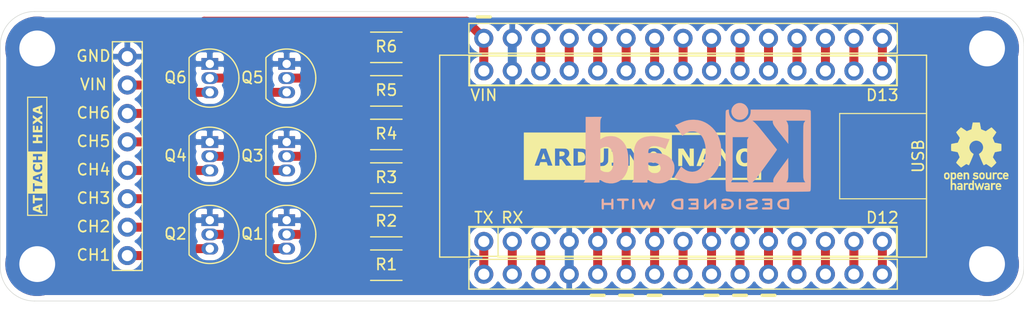
<source format=kicad_pcb>
(kicad_pcb (version 20171130) (host pcbnew "(5.1.5)-3")
  (layers (0 F.Cu signal) (31 B.Cu signal hide) (34 B.Paste user hide) (35 F.Paste user) (36 B.SilkS user) (37 F.SilkS user) (38 B.Mask user) (39 F.Mask user) (44 Edge.Cuts user))
  (net 0 "")
  (net 1 "Net-(A1-Pad16)")
  (net 2 "Net-(A1-Pad15)")
  (net 3 "Net-(A1-Pad30)")
  (net 4 "Net-(A1-Pad14)")
  (net 5 GND)
  (net 6 "Net-(A1-Pad13)")
  (net 7 "Net-(A1-Pad12)")
  (net 8 "Net-(A1-Pad27)")
  (net 9 "Net-(A1-Pad11)")
  (net 10 "Net-(A1-Pad26)")
  (net 11 "Net-(A1-Pad10)")
  (net 12 "Net-(A1-Pad25)")
  (net 13 "Net-(A1-Pad9)")
  (net 14 "Net-(A1-Pad24)")
  (net 15 "Net-(A1-Pad8)")
  (net 16 "Net-(A1-Pad23)")
  (net 17 "Net-(A1-Pad7)")
  (net 18 "Net-(A1-Pad22)")
  (net 19 "Net-(A1-Pad6)")
  (net 20 "Net-(A1-Pad21)")
  (net 21 "Net-(A1-Pad5)")
  (net 22 "Net-(A1-Pad20)")
  (net 23 "Net-(A1-Pad19)")
  (net 24 "Net-(A1-Pad3)")
  (net 25 "Net-(A1-Pad18)")
  (net 26 "Net-(A1-Pad2)")
  (net 27 "Net-(A1-Pad17)")
  (net 28 "Net-(A1-Pad1)")
  (net 29 "Net-(J2-Pad5)")
  (net 30 "Net-(J2-Pad4)")
  (net 31 "Net-(J2-Pad3)")
  (net 32 "Net-(J2-Pad6)")
  (net 33 "Net-(J2-Pad1)")
  (net 34 "Net-(J2-Pad2)")
  (net 35 "Net-(Q1-Pad2)")
  (net 36 "Net-(Q2-Pad2)")
  (net 37 "Net-(Q3-Pad2)")
  (net 38 "Net-(Q4-Pad2)")
  (net 39 "Net-(Q5-Pad2)")
  (net 40 "Net-(Q6-Pad2)")
  (net 41 "Net-(A1-Pad28)")
  (module Resistor_SMD:R_2010_5025Metric_Pad1.52x2.65mm_HandSolder (layer F.Cu) (at 166.878 68.37)
    (fp_text reference R6 (at 0 -0.0675) (layer F.SilkS))
    (fp_text value R)
    (pad 2 smd roundrect (at 2.3375 0) (size 1.525 2.65) (layers F.Cu F.Paste F.Mask) (roundrect_rratio 0.163934) (net 9 "Net-(A1-Pad11)"))
    (pad 1 smd roundrect (at -2.3375 0) (size 1.525 2.65) (layers F.Cu F.Paste F.Mask) (roundrect_rratio 0.163934) (net 40 "Net-(Q6-Pad2)"))
  )
  (module Resistor_SMD:R_2010_5025Metric_Pad1.52x2.65mm_HandSolder (layer F.Cu) (at 166.878 72.264)
    (fp_text reference R5 (at 0 -0.0675) (layer F.SilkS))
    (fp_text value R)
    (pad 2 smd roundrect (at 2.3375 0) (size 1.525 2.65) (layers F.Cu F.Paste F.Mask) (roundrect_rratio 0.163934) (net 11 "Net-(A1-Pad10)"))
    (pad 1 smd roundrect (at -2.3375 0) (size 1.525 2.65) (layers F.Cu F.Paste F.Mask) (roundrect_rratio 0.163934) (net 39 "Net-(Q5-Pad2)"))
  )
  (module Resistor_SMD:R_2010_5025Metric_Pad1.52x2.65mm_HandSolder (layer F.Cu) (at 166.878 76.158)
    (fp_text reference R4 (at 0 -0.0675) (layer F.SilkS))
    (fp_text value R)
    (pad 2 smd roundrect (at 2.3375 0) (size 1.525 2.65) (layers F.Cu F.Paste F.Mask) (roundrect_rratio 0.163934) (net 13 "Net-(A1-Pad9)"))
    (pad 1 smd roundrect (at -2.3375 0) (size 1.525 2.65) (layers F.Cu F.Paste F.Mask) (roundrect_rratio 0.163934) (net 38 "Net-(Q4-Pad2)"))
  )
  (module Resistor_SMD:R_2010_5025Metric_Pad1.52x2.65mm_HandSolder (layer F.Cu) (at 166.878 80.052)
    (fp_text reference R3 (at 0 -0.0675) (layer F.SilkS))
    (fp_text value R)
    (pad 2 smd roundrect (at 2.3375 0) (size 1.525 2.65) (layers F.Cu F.Paste F.Mask) (roundrect_rratio 0.163934) (net 17 "Net-(A1-Pad7)"))
    (pad 1 smd roundrect (at -2.3375 0) (size 1.525 2.65) (layers F.Cu F.Paste F.Mask) (roundrect_rratio 0.163934) (net 37 "Net-(Q3-Pad2)"))
  )
  (module Resistor_SMD:R_2010_5025Metric_Pad1.52x2.65mm_HandSolder (layer F.Cu) (at 166.878 83.946)
    (fp_text reference R2 (at 0 -0.0675) (layer F.SilkS))
    (fp_text value R)
    (pad 2 smd roundrect (at 2.3375 0) (size 1.525 2.65) (layers F.Cu F.Paste F.Mask) (roundrect_rratio 0.163934) (net 19 "Net-(A1-Pad6)"))
    (pad 1 smd roundrect (at -2.3375 0) (size 1.525 2.65) (layers F.Cu F.Paste F.Mask) (roundrect_rratio 0.163934) (net 36 "Net-(Q2-Pad2)"))
  )
  (module Resistor_SMD:R_2010_5025Metric_Pad1.52x2.65mm_HandSolder (layer F.Cu) (at 166.878 87.84)
    (fp_text reference R1 (at 0 -0.0675) (layer F.SilkS))
    (fp_text value R)
    (pad 2 smd roundrect (at 2.3375 0) (size 1.525 2.65) (layers F.Cu F.Paste F.Mask) (roundrect_rratio 0.163934) (net 21 "Net-(A1-Pad5)"))
    (pad 1 smd roundrect (at -2.3375 0) (size 1.525 2.65) (layers F.Cu F.Paste F.Mask) (roundrect_rratio 0.163934) (net 35 "Net-(Q1-Pad2)"))
  )
  (module Symbol:KiCad-Logo2_8mm_SilkScreen (layer B.Cu) (at 194.637893 77.281424 180)
    (fp_text reference REF** hide)
    (fp_text value KiCad-Logo2_8mm_SilkScreen hide)
  )
  (module Symbol:attachhexa (layer F.Cu) (at 135.734 78.105001 90)
    (fp_text reference G*** hide)
    (fp_text value LOGO hide)
  )
  (module Module:Arduino_Nano (layer F.Cu) (at 175.578 85.715 90)
    (fp_text reference A1 hide)
    (fp_text value Arduino_Nano_v3.x)
    (fp_text user VIN (at 13.06802 0 180) (layer F.SilkS))
    (fp_text user TX (at 2.11864 0 180) (layer F.SilkS))
    (fp_text user RX (at 2.11864 2.54 180) (layer F.SilkS))
    (fp_text user D13 (at 13.06802 35.56 180) (layer F.SilkS))
    (fp_text user D12 (at 2.11864 35.56 180) (layer F.SilkS))
    (fp_text user USB (at 7.62 38.75598 90) (layer F.SilkS))
    (pad 16 thru_hole oval (at 15.24 35.56 90) (size 1.6 1.6) (drill 0.8) (layers *.Cu *.Mask) (net 1 "Net-(A1-Pad16)"))
    (pad 15 thru_hole oval (at 0 35.56 90) (size 1.6 1.6) (drill 0.8) (layers *.Cu *.Mask) (net 2 "Net-(A1-Pad15)"))
    (pad 30 thru_hole oval (at 15.24 0 90) (size 1.6 1.6) (drill 0.8) (layers *.Cu *.Mask) (net 3 "Net-(A1-Pad30)"))
    (pad 14 thru_hole oval (at 0 33.02 90) (size 1.6 1.6) (drill 0.8) (layers *.Cu *.Mask) (net 4 "Net-(A1-Pad14)"))
    (pad 29 thru_hole oval (at 15.24 2.54 90) (size 1.6 1.6) (drill 0.8) (layers *.Cu *.Mask) (net 5 GND))
    (pad 13 thru_hole oval (at 0 30.48 90) (size 1.6 1.6) (drill 0.8) (layers *.Cu *.Mask) (net 6 "Net-(A1-Pad13)"))
    (pad 28 thru_hole oval (at 15.24 5.08 90) (size 1.6 1.6) (drill 0.8) (layers *.Cu *.Mask) (net 41 "Net-(A1-Pad28)"))
    (pad 12 thru_hole oval (at 0 27.94 90) (size 1.6 1.6) (drill 0.8) (layers *.Cu *.Mask) (net 7 "Net-(A1-Pad12)"))
    (pad 27 thru_hole oval (at 15.24 7.62 90) (size 1.6 1.6) (drill 0.8) (layers *.Cu *.Mask) (net 8 "Net-(A1-Pad27)"))
    (pad 11 thru_hole oval (at 0 25.4 90) (size 1.6 1.6) (drill 0.8) (layers *.Cu *.Mask) (net 9 "Net-(A1-Pad11)"))
    (pad 26 thru_hole oval (at 15.24 10.16 90) (size 1.6 1.6) (drill 0.8) (layers *.Cu *.Mask) (net 10 "Net-(A1-Pad26)"))
    (pad 10 thru_hole oval (at 0 22.86 90) (size 1.6 1.6) (drill 0.8) (layers *.Cu *.Mask) (net 11 "Net-(A1-Pad10)"))
    (pad 25 thru_hole oval (at 15.24 12.7 90) (size 1.6 1.6) (drill 0.8) (layers *.Cu *.Mask) (net 12 "Net-(A1-Pad25)"))
    (pad 9 thru_hole oval (at 0 20.32 90) (size 1.6 1.6) (drill 0.8) (layers *.Cu *.Mask) (net 13 "Net-(A1-Pad9)"))
    (pad 24 thru_hole oval (at 15.24 15.24 90) (size 1.6 1.6) (drill 0.8) (layers *.Cu *.Mask) (net 14 "Net-(A1-Pad24)"))
    (pad 8 thru_hole oval (at 0 17.78 90) (size 1.6 1.6) (drill 0.8) (layers *.Cu *.Mask) (net 15 "Net-(A1-Pad8)"))
    (pad 23 thru_hole oval (at 15.24 17.78 90) (size 1.6 1.6) (drill 0.8) (layers *.Cu *.Mask) (net 16 "Net-(A1-Pad23)"))
    (pad 7 thru_hole oval (at 0 15.24 90) (size 1.6 1.6) (drill 0.8) (layers *.Cu *.Mask) (net 17 "Net-(A1-Pad7)"))
    (pad 22 thru_hole oval (at 15.24 20.32 90) (size 1.6 1.6) (drill 0.8) (layers *.Cu *.Mask) (net 18 "Net-(A1-Pad22)"))
    (pad 6 thru_hole oval (at 0 12.7 90) (size 1.6 1.6) (drill 0.8) (layers *.Cu *.Mask) (net 19 "Net-(A1-Pad6)"))
    (pad 21 thru_hole oval (at 15.24 22.86 90) (size 1.6 1.6) (drill 0.8) (layers *.Cu *.Mask) (net 20 "Net-(A1-Pad21)"))
    (pad 5 thru_hole oval (at 0 10.16 90) (size 1.6 1.6) (drill 0.8) (layers *.Cu *.Mask) (net 21 "Net-(A1-Pad5)"))
    (pad 20 thru_hole oval (at 15.24 25.4 90) (size 1.6 1.6) (drill 0.8) (layers *.Cu *.Mask) (net 22 "Net-(A1-Pad20)"))
    (pad 4 thru_hole oval (at 0 7.62 90) (size 1.6 1.6) (drill 0.8) (layers *.Cu *.Mask) (net 5 GND))
    (pad 19 thru_hole oval (at 15.24 27.94 90) (size 1.6 1.6) (drill 0.8) (layers *.Cu *.Mask) (net 23 "Net-(A1-Pad19)"))
    (pad 3 thru_hole oval (at 0 5.08 90) (size 1.6 1.6) (drill 0.8) (layers *.Cu *.Mask) (net 24 "Net-(A1-Pad3)"))
    (pad 18 thru_hole oval (at 15.24 30.48 90) (size 1.6 1.6) (drill 0.8) (layers *.Cu *.Mask) (net 25 "Net-(A1-Pad18)"))
    (pad 2 thru_hole oval (at 0 2.54 90) (size 1.6 1.6) (drill 0.8) (layers *.Cu *.Mask) (net 26 "Net-(A1-Pad2)"))
    (pad 17 thru_hole oval (at 15.24 33.02 90) (size 1.6 1.6) (drill 0.8) (layers *.Cu *.Mask) (net 27 "Net-(A1-Pad17)"))
    (pad 1 thru_hole circle (at 0 0 90) (size 1.6 1.6) (drill 0.8) (layers *.Cu *.Mask) (net 28 "Net-(A1-Pad1)"))
  )
  (module Symbol:OSHW-Logo_5.7x6mm_SilkScreen (layer F.Cu) (at 219.51 78.101199)
    (fp_text reference REF** hide)
    (fp_text value OSHW-Logo_5.7x6mm_SilkScreen hide)
  )
  (module Symbol:nanologo (layer F.Cu) (at 189.738 78.105)
    (fp_text reference G*** hide)
    (fp_text value LOGO hide)
  )
  (module Connector_PinHeader_2.54mm:PinHeader_1x08_P2.54mm_Vertical (layer F.Cu) (at 143.772 86.98 180)
    (fp_text reference J2 hide)
    (fp_text value TACH)
    (pad 8 thru_hole oval (at 0 17.78 180) (size 1.7 1.7) (drill 1) (layers *.Cu *.Mask) (net 5 GND))
    (pad 7 thru_hole oval (at 0 15.24 180) (size 1.7 1.7) (drill 1) (layers *.Cu *.Mask) (net 3 "Net-(A1-Pad30)"))
    (pad 6 thru_hole oval (at 0 12.7 180) (size 1.7 1.7) (drill 1) (layers *.Cu *.Mask) (net 32 "Net-(J2-Pad6)"))
    (pad 5 thru_hole oval (at 0 10.16 180) (size 1.7 1.7) (drill 1) (layers *.Cu *.Mask) (net 29 "Net-(J2-Pad5)"))
    (pad 4 thru_hole oval (at 0 7.62 180) (size 1.7 1.7) (drill 1) (layers *.Cu *.Mask) (net 30 "Net-(J2-Pad4)"))
    (pad 3 thru_hole oval (at 0 5.08 180) (size 1.7 1.7) (drill 1) (layers *.Cu *.Mask) (net 31 "Net-(J2-Pad3)"))
    (pad 2 thru_hole oval (at 0 2.54 180) (size 1.7 1.7) (drill 1) (layers *.Cu *.Mask) (net 34 "Net-(J2-Pad2)"))
    (pad 1 thru_hole circle (at 0 0 180) (size 1.7 1.7) (drill 1) (layers *.Cu *.Mask) (net 33 "Net-(J2-Pad1)"))
  )
  (module Connector_PinHeader_2.54mm:PinHeader_1x15_P2.54mm_Vertical (layer F.Cu) (at 175.578 88.646 90)
    (fp_text reference J5 hide)
    (fp_text value Conn_01x15_Male)
    (pad 15 thru_hole oval (at 0 35.56 90) (size 1.7 1.7) (drill 1) (layers *.Cu *.Mask) (net 2 "Net-(A1-Pad15)"))
    (pad 14 thru_hole oval (at 0 33.02 90) (size 1.7 1.7) (drill 1) (layers *.Cu *.Mask) (net 4 "Net-(A1-Pad14)"))
    (pad 13 thru_hole oval (at 0 30.48 90) (size 1.7 1.7) (drill 1) (layers *.Cu *.Mask) (net 6 "Net-(A1-Pad13)"))
    (pad 12 thru_hole oval (at 0 27.94 90) (size 1.7 1.7) (drill 1) (layers *.Cu *.Mask) (net 7 "Net-(A1-Pad12)"))
    (pad 11 thru_hole oval (at 0 25.4 90) (size 1.7 1.7) (drill 1) (layers *.Cu *.Mask) (net 9 "Net-(A1-Pad11)"))
    (pad 10 thru_hole oval (at 0 22.86 90) (size 1.7 1.7) (drill 1) (layers *.Cu *.Mask) (net 11 "Net-(A1-Pad10)"))
    (pad 9 thru_hole oval (at 0 20.32 90) (size 1.7 1.7) (drill 1) (layers *.Cu *.Mask) (net 13 "Net-(A1-Pad9)"))
    (pad 8 thru_hole oval (at 0 17.78 90) (size 1.7 1.7) (drill 1) (layers *.Cu *.Mask) (net 15 "Net-(A1-Pad8)"))
    (pad 7 thru_hole oval (at 0 15.24 90) (size 1.7 1.7) (drill 1) (layers *.Cu *.Mask) (net 17 "Net-(A1-Pad7)"))
    (pad 6 thru_hole oval (at 0 12.7 90) (size 1.7 1.7) (drill 1) (layers *.Cu *.Mask) (net 19 "Net-(A1-Pad6)"))
    (pad 5 thru_hole oval (at 0 10.16 90) (size 1.7 1.7) (drill 1) (layers *.Cu *.Mask) (net 21 "Net-(A1-Pad5)"))
    (pad 4 thru_hole oval (at 0 7.62 90) (size 1.7 1.7) (drill 1) (layers *.Cu *.Mask) (net 5 GND))
    (pad 3 thru_hole oval (at 0 5.08 90) (size 1.7 1.7) (drill 1) (layers *.Cu *.Mask) (net 24 "Net-(A1-Pad3)"))
    (pad 2 thru_hole oval (at 0 2.54 90) (size 1.7 1.7) (drill 1) (layers *.Cu *.Mask) (net 26 "Net-(A1-Pad2)"))
    (pad 1 thru_hole circle (at 0 0 90) (size 1.7 1.7) (drill 1) (layers *.Cu *.Mask) (net 28 "Net-(A1-Pad1)"))
  )
  (module Connector_PinSocket_2.54mm:PinSocket_1x15_P2.54mm_Vertical (layer F.Cu) (at 175.578 85.715 90)
    (fp_text reference J4 hide)
    (fp_text value Conn_01x15)
    (pad 1 thru_hole circle (at 0 0 90) (size 1.7 1.7) (drill 1) (layers *.Cu *.Mask) (net 28 "Net-(A1-Pad1)"))
    (pad 2 thru_hole oval (at 0 2.54 90) (size 1.7 1.7) (drill 1) (layers *.Cu *.Mask) (net 26 "Net-(A1-Pad2)"))
    (pad 3 thru_hole oval (at 0 5.08 90) (size 1.7 1.7) (drill 1) (layers *.Cu *.Mask) (net 24 "Net-(A1-Pad3)"))
    (pad 4 thru_hole oval (at 0 7.62 90) (size 1.7 1.7) (drill 1) (layers *.Cu *.Mask) (net 5 GND))
    (pad 5 thru_hole oval (at 0 10.16 90) (size 1.7 1.7) (drill 1) (layers *.Cu *.Mask) (net 21 "Net-(A1-Pad5)"))
    (pad 6 thru_hole oval (at 0 12.7 90) (size 1.7 1.7) (drill 1) (layers *.Cu *.Mask) (net 19 "Net-(A1-Pad6)"))
    (pad 7 thru_hole oval (at 0 15.24 90) (size 1.7 1.7) (drill 1) (layers *.Cu *.Mask) (net 17 "Net-(A1-Pad7)"))
    (pad 8 thru_hole oval (at 0 17.78 90) (size 1.7 1.7) (drill 1) (layers *.Cu *.Mask) (net 15 "Net-(A1-Pad8)"))
    (pad 9 thru_hole oval (at 0 20.32 90) (size 1.7 1.7) (drill 1) (layers *.Cu *.Mask) (net 13 "Net-(A1-Pad9)"))
    (pad 10 thru_hole oval (at 0 22.86 90) (size 1.7 1.7) (drill 1) (layers *.Cu *.Mask) (net 11 "Net-(A1-Pad10)"))
    (pad 11 thru_hole oval (at 0 25.4 90) (size 1.7 1.7) (drill 1) (layers *.Cu *.Mask) (net 9 "Net-(A1-Pad11)"))
    (pad 12 thru_hole oval (at 0 27.94 90) (size 1.7 1.7) (drill 1) (layers *.Cu *.Mask) (net 7 "Net-(A1-Pad12)"))
    (pad 13 thru_hole oval (at 0 30.48 90) (size 1.7 1.7) (drill 1) (layers *.Cu *.Mask) (net 6 "Net-(A1-Pad13)"))
    (pad 14 thru_hole oval (at 0 33.02 90) (size 1.7 1.7) (drill 1) (layers *.Cu *.Mask) (net 4 "Net-(A1-Pad14)"))
    (pad 15 thru_hole oval (at 0 35.56 90) (size 1.7 1.7) (drill 1) (layers *.Cu *.Mask) (net 2 "Net-(A1-Pad15)"))
  )
  (module Connector_PinHeader_2.54mm:PinHeader_1x15_P2.54mm_Vertical (layer F.Cu) (at 211.138 67.564 270)
    (fp_text reference J1 hide)
    (fp_text value Conn_01x15_Male)
    (pad 15 thru_hole oval (at 0 35.56 270) (size 1.7 1.7) (drill 1) (layers *.Cu *.Mask) (net 3 "Net-(A1-Pad30)"))
    (pad 14 thru_hole oval (at 0 33.02 270) (size 1.7 1.7) (drill 1) (layers *.Cu *.Mask) (net 5 GND))
    (pad 13 thru_hole oval (at 0 30.48 270) (size 1.7 1.7) (drill 1) (layers *.Cu *.Mask) (net 41 "Net-(A1-Pad28)"))
    (pad 12 thru_hole oval (at 0 27.94 270) (size 1.7 1.7) (drill 1) (layers *.Cu *.Mask) (net 8 "Net-(A1-Pad27)"))
    (pad 11 thru_hole oval (at 0 25.4 270) (size 1.7 1.7) (drill 1) (layers *.Cu *.Mask) (net 10 "Net-(A1-Pad26)"))
    (pad 10 thru_hole oval (at 0 22.86 270) (size 1.7 1.7) (drill 1) (layers *.Cu *.Mask) (net 12 "Net-(A1-Pad25)"))
    (pad 9 thru_hole oval (at 0 20.32 270) (size 1.7 1.7) (drill 1) (layers *.Cu *.Mask) (net 14 "Net-(A1-Pad24)"))
    (pad 8 thru_hole oval (at 0 17.78 270) (size 1.7 1.7) (drill 1) (layers *.Cu *.Mask) (net 16 "Net-(A1-Pad23)"))
    (pad 7 thru_hole oval (at 0 15.24 270) (size 1.7 1.7) (drill 1) (layers *.Cu *.Mask) (net 18 "Net-(A1-Pad22)"))
    (pad 6 thru_hole oval (at 0 12.7 270) (size 1.7 1.7) (drill 1) (layers *.Cu *.Mask) (net 20 "Net-(A1-Pad21)"))
    (pad 5 thru_hole oval (at 0 10.16 270) (size 1.7 1.7) (drill 1) (layers *.Cu *.Mask) (net 22 "Net-(A1-Pad20)"))
    (pad 4 thru_hole oval (at 0 7.62 270) (size 1.7 1.7) (drill 1) (layers *.Cu *.Mask) (net 23 "Net-(A1-Pad19)"))
    (pad 3 thru_hole oval (at 0 5.08 270) (size 1.7 1.7) (drill 1) (layers *.Cu *.Mask) (net 25 "Net-(A1-Pad18)"))
    (pad 2 thru_hole oval (at 0 2.54 270) (size 1.7 1.7) (drill 1) (layers *.Cu *.Mask) (net 27 "Net-(A1-Pad17)"))
    (pad 1 thru_hole circle (at 0 0 270) (size 1.7 1.7) (drill 1) (layers *.Cu *.Mask) (net 1 "Net-(A1-Pad16)"))
  )
  (module Connector_PinSocket_2.54mm:PinSocket_1x15_P2.54mm_Vertical (layer F.Cu) (at 211.138 70.475 270)
    (fp_text reference J3 hide)
    (fp_text value Conn_01x15)
    (pad 1 thru_hole circle (at 0 0 270) (size 1.7 1.7) (drill 1) (layers *.Cu *.Mask) (net 1 "Net-(A1-Pad16)"))
    (pad 2 thru_hole oval (at 0 2.54 270) (size 1.7 1.7) (drill 1) (layers *.Cu *.Mask) (net 27 "Net-(A1-Pad17)"))
    (pad 3 thru_hole oval (at 0 5.08 270) (size 1.7 1.7) (drill 1) (layers *.Cu *.Mask) (net 25 "Net-(A1-Pad18)"))
    (pad 4 thru_hole oval (at 0 7.62 270) (size 1.7 1.7) (drill 1) (layers *.Cu *.Mask) (net 23 "Net-(A1-Pad19)"))
    (pad 5 thru_hole oval (at 0 10.16 270) (size 1.7 1.7) (drill 1) (layers *.Cu *.Mask) (net 22 "Net-(A1-Pad20)"))
    (pad 6 thru_hole oval (at 0 12.7 270) (size 1.7 1.7) (drill 1) (layers *.Cu *.Mask) (net 20 "Net-(A1-Pad21)"))
    (pad 7 thru_hole oval (at 0 15.24 270) (size 1.7 1.7) (drill 1) (layers *.Cu *.Mask) (net 18 "Net-(A1-Pad22)"))
    (pad 8 thru_hole oval (at 0 17.78 270) (size 1.7 1.7) (drill 1) (layers *.Cu *.Mask) (net 16 "Net-(A1-Pad23)"))
    (pad 9 thru_hole oval (at 0 20.32 270) (size 1.7 1.7) (drill 1) (layers *.Cu *.Mask) (net 14 "Net-(A1-Pad24)"))
    (pad 10 thru_hole oval (at 0 22.86 270) (size 1.7 1.7) (drill 1) (layers *.Cu *.Mask) (net 12 "Net-(A1-Pad25)"))
    (pad 11 thru_hole oval (at 0 25.4 270) (size 1.7 1.7) (drill 1) (layers *.Cu *.Mask) (net 10 "Net-(A1-Pad26)"))
    (pad 12 thru_hole oval (at 0 27.94 270) (size 1.7 1.7) (drill 1) (layers *.Cu *.Mask) (net 8 "Net-(A1-Pad27)"))
    (pad 13 thru_hole oval (at 0 30.48 270) (size 1.7 1.7) (drill 1) (layers *.Cu *.Mask) (net 41 "Net-(A1-Pad28)"))
    (pad 14 thru_hole oval (at 0 33.02 270) (size 1.7 1.7) (drill 1) (layers *.Cu *.Mask) (net 5 GND))
    (pad 15 thru_hole oval (at 0 35.56 270) (size 1.7 1.7) (drill 1) (layers *.Cu *.Mask) (net 3 "Net-(A1-Pad30)"))
  )
  (module Package_TO_SOT_THT:TO-92_Inline (layer F.Cu) (at 151.13 69.85 270)
    (fp_text reference Q6 (at 1.2145 3.060001) (layer F.SilkS))
    (fp_text value 2N3904)
    (pad 1 thru_hole rect (at 0 0 270) (size 1.05 1.5) (drill 0.75) (layers *.Cu *.Mask) (net 5 GND))
    (pad 3 thru_hole oval (at 2.54 0 270) (size 1.05 1.5) (drill 0.75) (layers *.Cu *.Mask) (net 32 "Net-(J2-Pad6)"))
    (pad 2 thru_hole oval (at 1.27 0 270) (size 1.05 1.5) (drill 0.75) (layers *.Cu *.Mask) (net 40 "Net-(Q6-Pad2)"))
  )
  (module Package_TO_SOT_THT:TO-92_Inline (layer F.Cu) (at 157.988 69.85 270)
    (fp_text reference Q5 (at 1.2145 3.060001) (layer F.SilkS))
    (fp_text value 2N3904)
    (pad 1 thru_hole rect (at 0 0 270) (size 1.05 1.5) (drill 0.75) (layers *.Cu *.Mask) (net 5 GND))
    (pad 3 thru_hole oval (at 2.54 0 270) (size 1.05 1.5) (drill 0.75) (layers *.Cu *.Mask) (net 29 "Net-(J2-Pad5)"))
    (pad 2 thru_hole oval (at 1.27 0 270) (size 1.05 1.5) (drill 0.75) (layers *.Cu *.Mask) (net 39 "Net-(Q5-Pad2)"))
  )
  (module Package_TO_SOT_THT:TO-92_Inline (layer F.Cu) (at 151.13 76.835 270)
    (fp_text reference Q4 (at 1.2145 3.060001) (layer F.SilkS))
    (fp_text value 2N3904)
    (pad 1 thru_hole rect (at 0 0 270) (size 1.05 1.5) (drill 0.75) (layers *.Cu *.Mask) (net 5 GND))
    (pad 3 thru_hole oval (at 2.54 0 270) (size 1.05 1.5) (drill 0.75) (layers *.Cu *.Mask) (net 30 "Net-(J2-Pad4)"))
    (pad 2 thru_hole oval (at 1.27 0 270) (size 1.05 1.5) (drill 0.75) (layers *.Cu *.Mask) (net 38 "Net-(Q4-Pad2)"))
  )
  (module Package_TO_SOT_THT:TO-92_Inline (layer F.Cu) (at 157.988 76.835 270)
    (fp_text reference Q3 (at 1.2145 3.060001) (layer F.SilkS))
    (fp_text value 2N3904)
    (pad 1 thru_hole rect (at 0 0 270) (size 1.05 1.5) (drill 0.75) (layers *.Cu *.Mask) (net 5 GND))
    (pad 3 thru_hole oval (at 2.54 0 270) (size 1.05 1.5) (drill 0.75) (layers *.Cu *.Mask) (net 31 "Net-(J2-Pad3)"))
    (pad 2 thru_hole oval (at 1.27 0 270) (size 1.05 1.5) (drill 0.75) (layers *.Cu *.Mask) (net 37 "Net-(Q3-Pad2)"))
  )
  (module Package_TO_SOT_THT:TO-92_Inline (layer F.Cu) (at 151.13 83.82 270)
    (fp_text reference Q2 (at 1.2145 3.060001) (layer F.SilkS))
    (fp_text value 2N3904)
    (pad 1 thru_hole rect (at 0 0 270) (size 1.05 1.5) (drill 0.75) (layers *.Cu *.Mask) (net 5 GND))
    (pad 3 thru_hole oval (at 2.54 0 270) (size 1.05 1.5) (drill 0.75) (layers *.Cu *.Mask) (net 34 "Net-(J2-Pad2)"))
    (pad 2 thru_hole oval (at 1.27 0 270) (size 1.05 1.5) (drill 0.75) (layers *.Cu *.Mask) (net 36 "Net-(Q2-Pad2)"))
  )
  (module Package_TO_SOT_THT:TO-92_Inline (layer F.Cu) (at 157.988 83.82 270)
    (fp_text reference Q1 (at 1.2145 3.060001) (layer F.SilkS))
    (fp_text value 2N3904)
    (pad 1 thru_hole rect (at 0 0 270) (size 1.05 1.5) (drill 0.75) (layers *.Cu *.Mask) (net 5 GND))
    (pad 3 thru_hole oval (at 2.54 0 270) (size 1.05 1.5) (drill 0.75) (layers *.Cu *.Mask) (net 33 "Net-(J2-Pad1)"))
    (pad 2 thru_hole oval (at 1.27 0 270) (size 1.05 1.5) (drill 0.75) (layers *.Cu *.Mask) (net 35 "Net-(Q1-Pad2)"))
  )
  (module MountingHole:MountingHole_3.2mm_M3_ISO7380_Pad (layer F.Cu) (at 220.476 87.742)
    (fp_text reference H4 hide)
    (fp_text value MountingHole_Pad)
    (pad 1 thru_hole circle (at 0 0) (size 5.7 5.7) (drill 3.2) (layers *.Cu *.Mask) (net 5 GND))
  )
  (module MountingHole:MountingHole_3.2mm_M3_ISO7380_Pad (layer F.Cu) (at 220.476 68.468)
    (fp_text reference H3 hide)
    (fp_text value MountingHole_Pad)
    (pad 1 thru_hole circle (at 0 0) (size 5.7 5.7) (drill 3.2) (layers *.Cu *.Mask) (net 5 GND))
  )
  (module MountingHole:MountingHole_3.2mm_M3_ISO7380_Pad (layer F.Cu) (at 135.734 87.742)
    (fp_text reference H2 hide)
    (fp_text value MountingHole_Pad)
    (pad 1 thru_hole circle (at 0 0) (size 5.7 5.7) (drill 3.2) (layers *.Cu *.Mask) (net 5 GND))
  )
  (module MountingHole:MountingHole_3.2mm_M3_ISO7380_Pad (layer F.Cu) (at 135.734 68.468)
    (fp_text reference H1 hide)
    (fp_text value MountingHole_Pad)
    (pad 1 thru_hole circle (at 0 0) (size 5.7 5.7) (drill 3.2) (layers *.Cu *.Mask) (net 5 GND))
  )
  (gr_text - (at 175.578 65.544) (layer F.SilkS) (effects (font (size 1.5 1.5) (thickness 0.3))))
  (gr_text - (at 200.978 90.426) (layer F.SilkS) (effects (font (size 1.5 1.5) (thickness 0.3))))
  (gr_text - (at 198.438 90.426) (layer F.SilkS) (effects (font (size 1.5 1.5) (thickness 0.3))))
  (gr_text - (at 195.898 90.426) (layer F.SilkS) (effects (font (size 1.5 1.5) (thickness 0.3))))
  (gr_text - (at 190.818 90.426) (layer F.SilkS) (effects (font (size 1.5 1.5) (thickness 0.3))))
  (gr_text - (at 188.278 90.426) (layer F.SilkS) (effects (font (size 1.5 1.5) (thickness 0.3))))
  (gr_text - (at 185.738 90.426) (layer F.SilkS) (effects (font (size 1.5 1.5) (thickness 0.3))))
  (gr_line (start 223.774 68.218) (end 223.774 87.992) (layer Edge.Cuts) (width 0.05))
  (gr_line (start 132.436 68.218) (end 132.436 87.992) (layer Edge.Cuts) (width 0.05))
  (gr_text CH1 (at 140.75 86.9245) (layer F.SilkS) (effects (font (size 1 1))))
  (gr_text CH2 (at 140.75 84.3845) (layer F.SilkS) (effects (font (size 1 1))))
  (gr_text CH3 (at 140.75 81.8445) (layer F.SilkS) (effects (font (size 1 1))))
  (gr_text CH4 (at 140.75 79.3045) (layer F.SilkS) (effects (font (size 1 1))))
  (gr_text CH5 (at 140.75 76.7645) (layer F.SilkS) (effects (font (size 1 1))))
  (gr_text CH6 (at 140.75 74.2245) (layer F.SilkS) (effects (font (size 1 1))))
  (gr_text VIN (at 140.75 71.6845) (layer F.SilkS) (effects (font (size 1 1))))
  (gr_text GND (at 140.75 69.1445) (layer F.SilkS) (effects (font (size 1 1))))
  (gr_line (start 135.484 91.04) (end 220.726 91.04) (layer Edge.Cuts) (width 0.05))
  (gr_line (start 135.484 65.17) (end 220.726 65.17) (layer Edge.Cuts) (width 0.05))
  (gr_arc (start 135.484 87.992) (end 132.436 87.992) (angle -90) (layer Edge.Cuts) (width 0.05))
  (gr_arc (start 135.484 68.218) (end 135.484 65.17) (angle -90) (layer Edge.Cuts) (width 0.05))
  (gr_arc (start 220.726 68.218) (end 223.774 68.218) (angle -90) (layer Edge.Cuts) (width 0.05))
  (gr_arc (start 220.726 87.992) (end 220.726 91.04) (angle -90) (layer Edge.Cuts) (width 0.05))
  (segment (start 211.138 70.475) (end 211.138 67.564) (width 0.8) (layer F.Cu) (net 1))
  (segment (start 211.138 85.715) (end 211.138 88.646) (width 0.8) (layer F.Cu) (net 2))
  (segment (start 175.578 70.475) (end 175.578 67.564) (width 0.8) (layer F.Cu) (net 3))
  (segment (start 144.272 71.74) (end 147.208 71.74) (width 0.8) (layer F.Cu) (net 3))
  (segment (start 147.208 71.74) (end 147.828 71.12) (width 0.8) (layer F.Cu) (net 3))
  (segment (start 147.828 71.12) (end 147.828 68.834) (width 0.8) (layer F.Cu) (net 3))
  (segment (start 147.828 68.834) (end 150.622 66.04) (width 0.8) (layer F.Cu) (net 3))
  (segment (start 175.578 67.564) (end 174.054 66.04) (width 0.8) (layer F.Cu) (net 3))
  (segment (start 174.054 66.04) (end 150.622 66.04) (width 0.8) (layer F.Cu) (net 3))
  (segment (start 208.598 85.715) (end 208.598 88.646) (width 0.8) (layer F.Cu) (net 4))
  (segment (start 178.118 67.564) (end 178.118 70.475) (width 0.8) (layer B.Cu) (net 5))
  (segment (start 183.198 85.715) (end 183.198 88.646) (width 0.8) (layer B.Cu) (net 5))
  (segment (start 206.058 85.715) (end 206.058 88.646) (width 0.8) (layer F.Cu) (net 6))
  (segment (start 203.518 85.715) (end 203.518 88.646) (width 0.8) (layer F.Cu) (net 7))
  (segment (start 183.198 70.475) (end 183.198 67.564) (width 0.8) (layer F.Cu) (net 8))
  (segment (start 200.978 85.715) (end 200.978 88.646) (width 0.8) (layer F.Cu) (net 9))
  (segment (start 200.978 83.884) (end 200.978 85.715) (width 0.8) (layer F.Cu) (net 9))
  (segment (start 190.246 73.152) (end 200.978 83.884) (width 0.8) (layer F.Cu) (net 9))
  (segment (start 172.764 68.37) (end 173.482 69.088) (width 0.8) (layer F.Cu) (net 9))
  (segment (start 173.482 69.088) (end 173.482 72.39) (width 0.8) (layer F.Cu) (net 9))
  (segment (start 174.244 73.152) (end 190.246 73.152) (width 0.8) (layer F.Cu) (net 9))
  (segment (start 169.2155 68.37) (end 172.764 68.37) (width 0.8) (layer F.Cu) (net 9))
  (segment (start 173.482 72.39) (end 174.244 73.152) (width 0.8) (layer F.Cu) (net 9))
  (segment (start 185.738 70.475) (end 185.738 67.564) (width 0.8) (layer F.Cu) (net 10))
  (segment (start 198.438 85.715) (end 198.438 88.646) (width 0.8) (layer F.Cu) (net 11))
  (segment (start 173.228 74.676) (end 170.816 72.264) (width 0.8) (layer F.Cu) (net 11))
  (segment (start 198.438 85.715) (end 198.438 83.884) (width 0.8) (layer F.Cu) (net 11))
  (segment (start 170.816 72.264) (end 169.2155 72.264) (width 0.8) (layer F.Cu) (net 11))
  (segment (start 189.23 74.676) (end 173.228 74.676) (width 0.8) (layer F.Cu) (net 11))
  (segment (start 198.438 83.884) (end 189.23 74.676) (width 0.8) (layer F.Cu) (net 11))
  (segment (start 188.278 70.475) (end 188.278 67.564) (width 0.8) (layer F.Cu) (net 12))
  (segment (start 195.898 85.715) (end 195.898 88.646) (width 0.8) (layer F.Cu) (net 13))
  (segment (start 195.898 83.884) (end 195.898 85.715) (width 0.8) (layer F.Cu) (net 13))
  (segment (start 169.2155 76.158) (end 188.172 76.158) (width 0.8) (layer F.Cu) (net 13))
  (segment (start 188.172 76.158) (end 195.898 83.884) (width 0.8) (layer F.Cu) (net 13))
  (segment (start 190.818 70.475) (end 190.818 67.564) (width 0.8) (layer F.Cu) (net 14))
  (segment (start 193.358 85.715) (end 193.358 88.646) (width 0.8) (layer F.Cu) (net 15))
  (segment (start 193.358 70.475) (end 193.358 67.564) (width 0.8) (layer F.Cu) (net 16))
  (segment (start 190.818 85.715) (end 190.818 88.646) (width 0.8) (layer F.Cu) (net 17))
  (segment (start 169.2155 80.052) (end 186.986 80.052) (width 0.8) (layer F.Cu) (net 17))
  (segment (start 190.818 85.715) (end 190.818 83.884) (width 0.8) (layer F.Cu) (net 17))
  (segment (start 190.818 83.884) (end 186.986 80.052) (width 0.8) (layer F.Cu) (net 17))
  (segment (start 195.898 70.475) (end 195.898 67.564) (width 0.8) (layer F.Cu) (net 18))
  (segment (start 188.278 85.715) (end 188.278 88.646) (width 0.8) (layer F.Cu) (net 19))
  (segment (start 188.278 85.715) (end 188.278 83.884) (width 0.8) (layer F.Cu) (net 19))
  (segment (start 169.2155 83.946) (end 170.816 83.946) (width 0.8) (layer F.Cu) (net 19))
  (segment (start 170.816 83.946) (end 173.228 81.534) (width 0.8) (layer F.Cu) (net 19))
  (segment (start 185.928 81.534) (end 188.278 83.884) (width 0.8) (layer F.Cu) (net 19))
  (segment (start 173.228 81.534) (end 185.928 81.534) (width 0.8) (layer F.Cu) (net 19))
  (segment (start 198.438 70.475) (end 198.438 67.564) (width 0.8) (layer F.Cu) (net 20))
  (segment (start 185.738 85.715) (end 185.738 88.646) (width 0.8) (layer F.Cu) (net 21))
  (segment (start 172.764 87.84) (end 169.2155 87.84) (width 0.8) (layer F.Cu) (net 21))
  (segment (start 173.482 87.122) (end 172.764 87.84) (width 0.8) (layer F.Cu) (net 21))
  (segment (start 185.738 83.884) (end 184.912 83.058) (width 0.8) (layer F.Cu) (net 21))
  (segment (start 185.738 85.715) (end 185.738 83.884) (width 0.8) (layer F.Cu) (net 21))
  (segment (start 184.912 83.058) (end 174.244 83.058) (width 0.8) (layer F.Cu) (net 21))
  (segment (start 174.244 83.058) (end 173.482 83.82) (width 0.8) (layer F.Cu) (net 21))
  (segment (start 173.482 83.82) (end 173.482 87.122) (width 0.8) (layer F.Cu) (net 21))
  (segment (start 200.978 70.475) (end 200.978 67.564) (width 0.8) (layer F.Cu) (net 22))
  (segment (start 203.518 70.475) (end 203.518 67.564) (width 0.8) (layer F.Cu) (net 23))
  (segment (start 180.658 85.715) (end 180.658 88.646) (width 0.8) (layer F.Cu) (net 24))
  (segment (start 206.058 70.475) (end 206.058 67.564) (width 0.8) (layer F.Cu) (net 25))
  (segment (start 178.118 85.715) (end 178.118 88.646) (width 0.8) (layer F.Cu) (net 26))
  (segment (start 208.598 70.475) (end 208.598 67.564) (width 0.8) (layer F.Cu) (net 27))
  (segment (start 175.578 85.715) (end 175.578 88.646) (width 0.8) (layer F.Cu) (net 28))
  (segment (start 147.97 76.82) (end 144.272 76.82) (width 0.8) (layer F.Cu) (net 29))
  (segment (start 149.86 74.93) (end 147.97 76.82) (width 0.8) (layer F.Cu) (net 29))
  (segment (start 153.162 74.93) (end 149.86 74.93) (width 0.8) (layer F.Cu) (net 29))
  (segment (start 157.988 72.39) (end 155.702 72.39) (width 0.8) (layer F.Cu) (net 29))
  (segment (start 155.702 72.39) (end 153.162 74.93) (width 0.8) (layer F.Cu) (net 29))
  (segment (start 144.287 79.375) (end 144.272 79.36) (width 0.8) (layer F.Cu) (net 30))
  (segment (start 151.13 79.375) (end 144.287 79.375) (width 0.8) (layer F.Cu) (net 30))
  (segment (start 153.05 81.9) (end 144.272 81.9) (width 0.8) (layer F.Cu) (net 31))
  (segment (start 153.304 81.9) (end 153.05 81.9) (width 0.8) (layer F.Cu) (net 31))
  (segment (start 157.988 79.375) (end 155.829 79.375) (width 0.8) (layer F.Cu) (net 31))
  (segment (start 155.829 79.375) (end 153.304 81.9) (width 0.8) (layer F.Cu) (net 31))
  (segment (start 147.69 74.28) (end 144.272 74.28) (width 0.8) (layer F.Cu) (net 32))
  (segment (start 151.13 72.39) (end 149.58 72.39) (width 0.8) (layer F.Cu) (net 32))
  (segment (start 149.58 72.39) (end 147.69 74.28) (width 0.8) (layer F.Cu) (net 32))
  (segment (start 144.272 86.98) (end 147.686 86.98) (width 0.8) (layer F.Cu) (net 33))
  (segment (start 155.702 86.36) (end 157.988 86.36) (width 0.8) (layer F.Cu) (net 33))
  (segment (start 153.67 88.392) (end 155.702 86.36) (width 0.8) (layer F.Cu) (net 33))
  (segment (start 149.098 88.392) (end 153.67 88.392) (width 0.8) (layer F.Cu) (net 33))
  (segment (start 147.686 86.98) (end 149.098 88.392) (width 0.8) (layer F.Cu) (net 33))
  (segment (start 151.13 86.36) (end 150.876 86.36) (width 0.8) (layer F.Cu) (net 34))
  (segment (start 147.432 84.44) (end 144.272 84.44) (width 0.8) (layer F.Cu) (net 34))
  (segment (start 149.58 86.36) (end 148.844 85.624) (width 0.8) (layer F.Cu) (net 34))
  (segment (start 151.13 86.36) (end 149.58 86.36) (width 0.8) (layer F.Cu) (net 34))
  (segment (start 148.844 85.624) (end 148.844 85.598) (width 0.8) (layer F.Cu) (net 34))
  (segment (start 147.686 84.44) (end 147.432 84.44) (width 0.8) (layer F.Cu) (net 34))
  (segment (start 148.844 85.598) (end 147.686 84.44) (width 0.8) (layer F.Cu) (net 34))
  (segment (start 164.5405 87.84) (end 163.024 87.84) (width 0.8) (layer F.Cu) (net 35))
  (segment (start 160.274 85.09) (end 157.988 85.09) (width 0.8) (layer F.Cu) (net 35))
  (segment (start 163.024 87.84) (end 160.274 85.09) (width 0.8) (layer F.Cu) (net 35))
  (segment (start 154.178 85.09) (end 151.13 85.09) (width 0.8) (layer F.Cu) (net 36))
  (segment (start 162.94 83.946) (end 160.782 81.788) (width 0.8) (layer F.Cu) (net 36))
  (segment (start 154.94 84.328) (end 154.178 85.09) (width 0.8) (layer F.Cu) (net 36))
  (segment (start 164.5405 83.946) (end 162.94 83.946) (width 0.8) (layer F.Cu) (net 36))
  (segment (start 154.94 83.058) (end 154.94 84.328) (width 0.8) (layer F.Cu) (net 36))
  (segment (start 160.782 81.788) (end 156.21 81.788) (width 0.8) (layer F.Cu) (net 36))
  (segment (start 156.21 81.788) (end 154.94 83.058) (width 0.8) (layer F.Cu) (net 36))
  (segment (start 160.655 78.105) (end 157.988 78.105) (width 0.8) (layer F.Cu) (net 37))
  (segment (start 164.5405 80.052) (end 162.602 80.052) (width 0.8) (layer F.Cu) (net 37))
  (segment (start 162.602 80.052) (end 160.655 78.105) (width 0.8) (layer F.Cu) (net 37))
  (segment (start 154.686 77.47) (end 154.051 78.105) (width 0.8) (layer F.Cu) (net 38))
  (segment (start 154.051 78.105) (end 151.13 78.105) (width 0.8) (layer F.Cu) (net 38))
  (segment (start 155.956 74.93) (end 154.686 76.2) (width 0.8) (layer F.Cu) (net 38))
  (segment (start 154.686 76.2) (end 154.686 77.47) (width 0.8) (layer F.Cu) (net 38))
  (segment (start 164.5405 76.158) (end 162.01 76.158) (width 0.8) (layer F.Cu) (net 38))
  (segment (start 162.01 76.158) (end 160.782 74.93) (width 0.8) (layer F.Cu) (net 38))
  (segment (start 160.782 74.93) (end 155.956 74.93) (width 0.8) (layer F.Cu) (net 38))
  (segment (start 160.782 71.12) (end 157.988 71.12) (width 0.8) (layer F.Cu) (net 39))
  (segment (start 164.5405 72.264) (end 161.926 72.264) (width 0.8) (layer F.Cu) (net 39))
  (segment (start 161.926 72.264) (end 160.782 71.12) (width 0.8) (layer F.Cu) (net 39))
  (segment (start 151.13 71.12) (end 153.924 71.12) (width 0.8) (layer F.Cu) (net 40))
  (segment (start 153.924 71.12) (end 154.686 70.358) (width 0.8) (layer F.Cu) (net 40))
  (segment (start 154.686 70.358) (end 154.686 69.088) (width 0.8) (layer F.Cu) (net 40))
  (segment (start 155.404 68.37) (end 154.686 69.088) (width 0.8) (layer F.Cu) (net 40))
  (segment (start 164.5405 68.37) (end 155.404 68.37) (width 0.8) (layer F.Cu) (net 40))
  (segment (start 180.658 70.475) (end 180.658 67.564) (width 0.8) (layer F.Cu) (net 41))
  (zone (net 5) (net_name GND) (layer B.Cu) (connect_pads (clearance 0.508)) (min_thickness 0.254) (fill yes (arc_segments 32) (thermal_gap 0.508) (thermal_bridge_width 0.508))
    (polygon (pts (xy 223.774 90.932) (xy 132.588 90.932) (xy 132.588 65.278) (xy 223.774 65.278)))
  )
  (zone (net 0) (net_name "") (layer B.Cu) (connect_pads (clearance 0.55)) (min_thickness 0.254)
    (keepout (tracks allowed) (vias allowed) (copperpour not_allowed))
    (fill (arc_segments 32) (thermal_gap 0.508) (thermal_bridge_width 0.508))
    (polygon (pts (xy 185.42 87.63) (xy 181.102 87.63) (xy 181.102 86.614) (xy 185.42 86.614)))
  )
  (zone (net 0) (net_name "") (layer B.Cu) (connect_pads (clearance 0.55)) (min_thickness 0.254)
    (keepout (tracks allowed) (vias allowed) (copperpour not_allowed))
    (fill (arc_segments 32) (thermal_gap 0.508) (thermal_bridge_width 0.508))
    (polygon (pts (xy 180.086 69.596) (xy 176.276 69.596) (xy 176.276 68.326) (xy 180.086 68.326)))
  )
)
</source>
